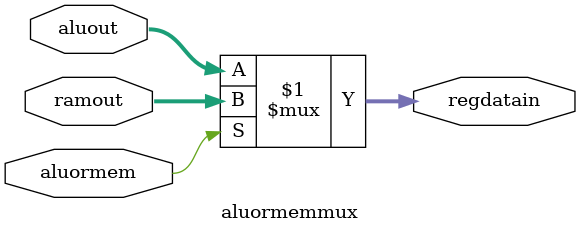
<source format=v>
`timescale 1ns / 1ps

/*
    Name: Klay Adams
    R-Number: R11679660
    Assignment: Project 6
*/

module aluormemmux (
  input [31:0] aluout, //Alu output bus
  input [31:0] ramout, //The ram data out
  input wire aluormem, //Selection signal between the data
  output [31:0] regdatain //OUtput being sent into the register file
);

assign regdatain = aluormem ? ramout : aluout; //Terinary logic to select between the data sources to the register file

endmodule

</source>
